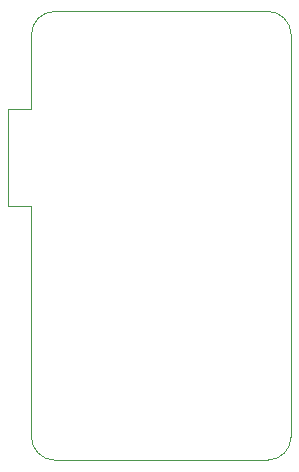
<source format=gbr>
G04 #@! TF.GenerationSoftware,KiCad,Pcbnew,(5.1.5)-3*
G04 #@! TF.CreationDate,2020-06-09T15:55:59-06:00*
G04 #@! TF.ProjectId,CruiseController,43727569-7365-4436-9f6e-74726f6c6c65,rev?*
G04 #@! TF.SameCoordinates,Original*
G04 #@! TF.FileFunction,Profile,NP*
%FSLAX46Y46*%
G04 Gerber Fmt 4.6, Leading zero omitted, Abs format (unit mm)*
G04 Created by KiCad (PCBNEW (5.1.5)-3) date 2020-06-09 15:55:59*
%MOMM*%
%LPD*%
G04 APERTURE LIST*
%ADD10C,0.100000*%
G04 APERTURE END LIST*
D10*
X100000000Y-86500000D02*
X100000000Y-106000000D01*
X98000000Y-86500000D02*
X100000000Y-86500000D01*
X98000000Y-78300000D02*
X98000000Y-86500000D01*
X100000000Y-78300000D02*
X98000000Y-78300000D01*
X100000000Y-72000000D02*
X100000000Y-78300000D01*
X100000000Y-72000000D02*
G75*
G02X102000000Y-70000000I2000000J0D01*
G01*
X120000000Y-70000000D02*
G75*
G02X122000000Y-72000000I0J-2000000D01*
G01*
X122000000Y-106000000D02*
G75*
G02X120000000Y-108000000I-2000000J0D01*
G01*
X102000000Y-108000000D02*
G75*
G02X100000000Y-106000000I0J2000000D01*
G01*
X120000000Y-108000000D02*
X102000000Y-108000000D01*
X122000000Y-72000000D02*
X122000000Y-106000000D01*
X102000000Y-70000000D02*
X120000000Y-70000000D01*
M02*

</source>
